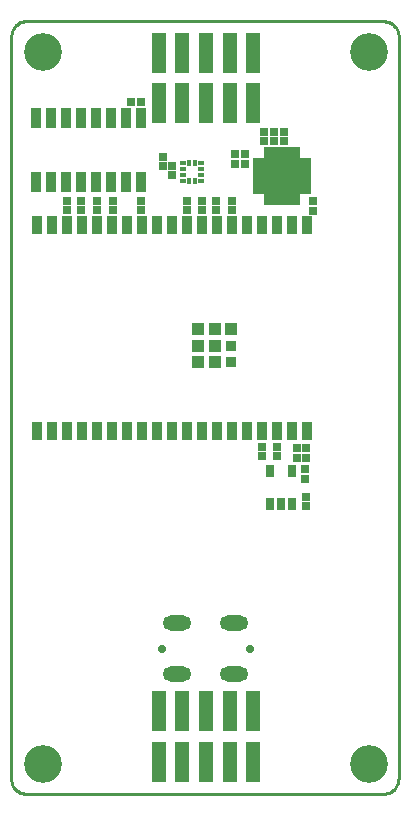
<source format=gbs>
%FSTAX23Y23*%
%MOIN*%
%SFA1B1*%

%IPPOS*%
%ADD13C,0.010000*%
%ADD57R,0.029920X0.028350*%
%ADD58R,0.028350X0.029920*%
%ADD60R,0.025590X0.025590*%
%ADD61C,0.028350*%
%ADD62O,0.094490X0.051180*%
%ADD63C,0.125980*%
%ADD105R,0.035430X0.059060*%
%ADD106R,0.035430X0.035430*%
%ADD107R,0.048030X0.137800*%
%ADD108R,0.031500X0.043310*%
%ADD109R,0.033470X0.067910*%
%ADD110R,0.112210X0.112210*%
%ADD111R,0.019680X0.041340*%
%ADD112R,0.041340X0.019680*%
%ADD113R,0.018700X0.017720*%
%ADD114R,0.017720X0.018700*%
%ADD115R,0.043310X0.043310*%
%LNnas-craftsman_nixie_v1-1*%
%LPD*%
G54D13*
X17543Y00065D02*
D01*
X17546Y00065*
X17549Y00065*
X17553Y00066*
X17556Y00066*
X1756Y00068*
X17563Y00069*
X17566Y0007*
X17569Y00072*
X17572Y00074*
X17575Y00076*
X17577Y00079*
X1758Y00081*
X17582Y00084*
X17584Y00087*
X17586Y0009*
X17587Y00093*
X17589Y00096*
X1759Y00099*
X17591Y00102*
X17592Y00106*
X17592Y00109*
X17592Y00113*
X17593Y00115*
X17593Y0259D02*
D01*
X17593Y02594*
X17592Y02597*
X17592Y02601*
X17591Y02604*
X1759Y02607*
X17588Y02611*
X17587Y02614*
X17585Y02617*
X17583Y0262*
X17581Y02622*
X17579Y02625*
X17576Y02627*
X17574Y0263*
X17571Y02632*
X17568Y02634*
X17565Y02635*
X17562Y02637*
X17558Y02638*
X17555Y02639*
X17552Y02639*
X17548Y0264*
X17545Y0264*
X17543Y0264*
X16352Y0264D02*
D01*
X16349Y0264*
X16345Y0264*
X16342Y02639*
X16338Y02638*
X16335Y02637*
X16332Y02636*
X16329Y02634*
X16326Y02632*
X16323Y02631*
X1632Y02628*
X16317Y02626*
X16315Y02624*
X16313Y02621*
X16311Y02618*
X16309Y02615*
X16307Y02612*
X16306Y02609*
X16305Y02606*
X16304Y02602*
X16303Y02599*
X16302Y02595*
X16302Y02592*
X16302Y0259*
X16302Y00114D02*
D01*
X16302Y00111*
X16302Y00107*
X16303Y00104*
X16304Y00101*
X16305Y00097*
X16306Y00094*
X16308Y00091*
X16309Y00088*
X16311Y00085*
X16313Y00082*
X16316Y0008*
X16318Y00077*
X16321Y00075*
X16324Y00073*
X16327Y00071*
X1633Y00069*
X16333Y00068*
X16336Y00067*
X1634Y00066*
X16343Y00065*
X16347Y00065*
X1635Y00064*
X16352Y00064*
X17593Y00115D02*
Y02591D01*
X16352Y02641D02*
X17546D01*
X16302Y00114D02*
Y0259D01*
X16345Y00065D02*
X17543D01*
G54D57*
X17254Y01184D03*
X17285D03*
X17255Y01218D03*
X17286D03*
X17049Y02165D03*
X1708D03*
X17049Y02197D03*
X1708D03*
X16733Y02372D03*
X16702D03*
G54D58*
X16536Y0201D03*
Y02041D03*
X17283Y01054D03*
Y01023D03*
X17282Y01115D03*
Y01146D03*
X17137Y01221D03*
Y01191D03*
X16838Y02126D03*
Y02157D03*
X16588Y0201D03*
Y02041D03*
X16734D03*
Y0201D03*
G54D60*
X16984Y0201D03*
Y02041D03*
X17187Y01222D03*
Y0119D03*
X16808Y02187D03*
Y02156D03*
X17211Y02272D03*
Y02241D03*
X17144Y02272D03*
Y02241D03*
X17177D03*
Y02272D03*
X1664Y0201D03*
Y02041D03*
X16888Y0201D03*
Y02041D03*
X16938D03*
Y0201D03*
X16487D03*
Y02041D03*
X17307Y02009D03*
Y0204D03*
X17037Y0201D03*
Y02041D03*
G54D61*
X16803Y00549D03*
X17098D03*
G54D62*
X16856Y00634D03*
Y00464D03*
X17045Y00634D03*
Y00464D03*
G54D63*
X16408Y00165D03*
X17496Y00165D03*
X17496Y02537D03*
X16408Y02537D03*
G54D105*
X17287Y01273D03*
X17237D03*
X17187D03*
X17137D03*
X17087D03*
X17037D03*
X16987D03*
X16937D03*
X16887D03*
X16837D03*
X16787D03*
X16737D03*
X16687D03*
X16637D03*
X16587D03*
X16537D03*
X16487D03*
X16437D03*
X16387D03*
Y01962D03*
X16437D03*
X16487D03*
X16537D03*
X16587D03*
X16637D03*
X16687D03*
X16737D03*
X16787D03*
X16837D03*
X16887D03*
X16937D03*
X16987D03*
X17037D03*
X17087D03*
X17137D03*
X17187D03*
X17237D03*
X17287D03*
G54D106*
X17035Y01504D03*
Y01559D03*
G54D107*
X16793Y0034D03*
Y00172D03*
X16872Y0034D03*
Y00172D03*
X16951Y0034D03*
Y00172D03*
X1703Y0034D03*
Y00172D03*
X17108Y0034D03*
Y00172D03*
Y02366D03*
Y02534D03*
X1703Y02366D03*
Y02534D03*
X16951Y02366D03*
Y02534D03*
X16872Y02366D03*
Y02534D03*
X16793Y02366D03*
Y02534D03*
G54D108*
X17239Y0103D03*
X17202D03*
X17165D03*
Y0114D03*
X17239D03*
G54D109*
X16733Y02103D03*
X16683D03*
X16633D03*
X16583D03*
X16533D03*
X16483D03*
X16433D03*
X16383D03*
Y02317D03*
X16433D03*
X16483D03*
X16533D03*
X16583D03*
X16633D03*
X16683D03*
X16733D03*
G54D110*
X17203Y02124D03*
G54D111*
X17154Y02047D03*
X17174D03*
X17194D03*
X17213D03*
X17233D03*
X17253D03*
Y022D03*
X17233D03*
X17213D03*
X17194D03*
X17174D03*
X17154D03*
G54D112*
X1728Y02074D03*
Y02094D03*
Y02114D03*
Y02133D03*
Y02153D03*
Y02173D03*
X17127D03*
Y02153D03*
Y02133D03*
Y02114D03*
Y02094D03*
Y02074D03*
G54D113*
X16936Y02168D03*
Y02148D03*
Y02129D03*
Y02109D03*
X16876D03*
Y02129D03*
Y02148D03*
Y02168D03*
G54D114*
X16916Y02108D03*
X16896D03*
Y02168D03*
X16916D03*
G54D115*
X17035Y01614D03*
X1698Y01504D03*
Y01559D03*
Y01614D03*
X16925Y01504D03*
Y01559D03*
Y01614D03*
M02*
</source>
